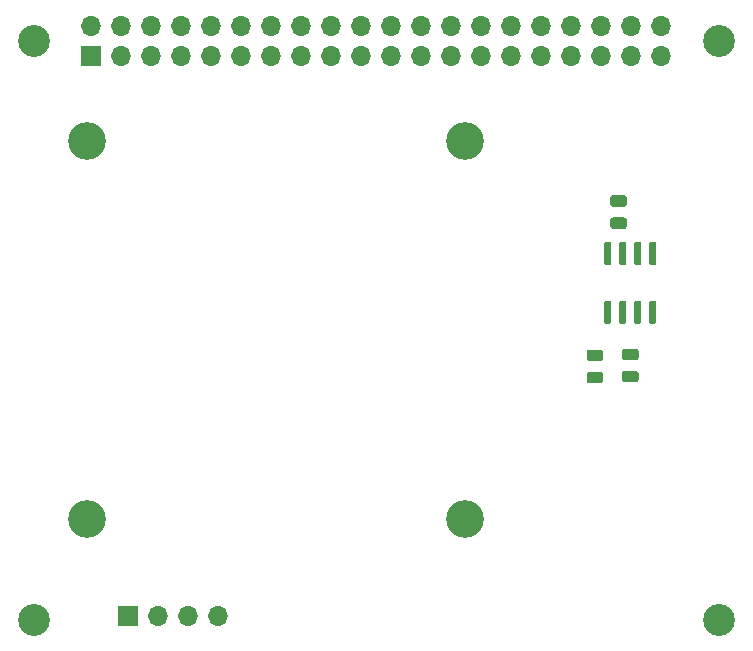
<source format=gbs>
G04 #@! TF.GenerationSoftware,KiCad,Pcbnew,(5.1.5)-3*
G04 #@! TF.CreationDate,2020-05-03T14:34:21+02:00*
G04 #@! TF.ProjectId,base_hat,62617365-5f68-4617-942e-6b696361645f,rev?*
G04 #@! TF.SameCoordinates,Original*
G04 #@! TF.FileFunction,Soldermask,Bot*
G04 #@! TF.FilePolarity,Negative*
%FSLAX46Y46*%
G04 Gerber Fmt 4.6, Leading zero omitted, Abs format (unit mm)*
G04 Created by KiCad (PCBNEW (5.1.5)-3) date 2020-05-03 14:34:21*
%MOMM*%
%LPD*%
G04 APERTURE LIST*
%ADD10C,3.200000*%
%ADD11O,1.700000X1.700000*%
%ADD12R,1.700000X1.700000*%
%ADD13C,0.150000*%
%ADD14C,2.700000*%
G04 APERTURE END LIST*
D10*
X240000000Y-138000000D03*
X208000000Y-106000000D03*
X208000000Y-138000000D03*
X240000000Y-106000000D03*
D11*
X219050000Y-146190000D03*
X216510000Y-146190000D03*
X213970000Y-146190000D03*
D12*
X211430000Y-146190000D03*
D13*
G36*
X252259703Y-119500722D02*
G01*
X252274264Y-119502882D01*
X252288543Y-119506459D01*
X252302403Y-119511418D01*
X252315710Y-119517712D01*
X252328336Y-119525280D01*
X252340159Y-119534048D01*
X252351066Y-119543934D01*
X252360952Y-119554841D01*
X252369720Y-119566664D01*
X252377288Y-119579290D01*
X252383582Y-119592597D01*
X252388541Y-119606457D01*
X252392118Y-119620736D01*
X252394278Y-119635297D01*
X252395000Y-119650000D01*
X252395000Y-121300000D01*
X252394278Y-121314703D01*
X252392118Y-121329264D01*
X252388541Y-121343543D01*
X252383582Y-121357403D01*
X252377288Y-121370710D01*
X252369720Y-121383336D01*
X252360952Y-121395159D01*
X252351066Y-121406066D01*
X252340159Y-121415952D01*
X252328336Y-121424720D01*
X252315710Y-121432288D01*
X252302403Y-121438582D01*
X252288543Y-121443541D01*
X252274264Y-121447118D01*
X252259703Y-121449278D01*
X252245000Y-121450000D01*
X251945000Y-121450000D01*
X251930297Y-121449278D01*
X251915736Y-121447118D01*
X251901457Y-121443541D01*
X251887597Y-121438582D01*
X251874290Y-121432288D01*
X251861664Y-121424720D01*
X251849841Y-121415952D01*
X251838934Y-121406066D01*
X251829048Y-121395159D01*
X251820280Y-121383336D01*
X251812712Y-121370710D01*
X251806418Y-121357403D01*
X251801459Y-121343543D01*
X251797882Y-121329264D01*
X251795722Y-121314703D01*
X251795000Y-121300000D01*
X251795000Y-119650000D01*
X251795722Y-119635297D01*
X251797882Y-119620736D01*
X251801459Y-119606457D01*
X251806418Y-119592597D01*
X251812712Y-119579290D01*
X251820280Y-119566664D01*
X251829048Y-119554841D01*
X251838934Y-119543934D01*
X251849841Y-119534048D01*
X251861664Y-119525280D01*
X251874290Y-119517712D01*
X251887597Y-119511418D01*
X251901457Y-119506459D01*
X251915736Y-119502882D01*
X251930297Y-119500722D01*
X251945000Y-119500000D01*
X252245000Y-119500000D01*
X252259703Y-119500722D01*
G37*
G36*
X253529703Y-119500722D02*
G01*
X253544264Y-119502882D01*
X253558543Y-119506459D01*
X253572403Y-119511418D01*
X253585710Y-119517712D01*
X253598336Y-119525280D01*
X253610159Y-119534048D01*
X253621066Y-119543934D01*
X253630952Y-119554841D01*
X253639720Y-119566664D01*
X253647288Y-119579290D01*
X253653582Y-119592597D01*
X253658541Y-119606457D01*
X253662118Y-119620736D01*
X253664278Y-119635297D01*
X253665000Y-119650000D01*
X253665000Y-121300000D01*
X253664278Y-121314703D01*
X253662118Y-121329264D01*
X253658541Y-121343543D01*
X253653582Y-121357403D01*
X253647288Y-121370710D01*
X253639720Y-121383336D01*
X253630952Y-121395159D01*
X253621066Y-121406066D01*
X253610159Y-121415952D01*
X253598336Y-121424720D01*
X253585710Y-121432288D01*
X253572403Y-121438582D01*
X253558543Y-121443541D01*
X253544264Y-121447118D01*
X253529703Y-121449278D01*
X253515000Y-121450000D01*
X253215000Y-121450000D01*
X253200297Y-121449278D01*
X253185736Y-121447118D01*
X253171457Y-121443541D01*
X253157597Y-121438582D01*
X253144290Y-121432288D01*
X253131664Y-121424720D01*
X253119841Y-121415952D01*
X253108934Y-121406066D01*
X253099048Y-121395159D01*
X253090280Y-121383336D01*
X253082712Y-121370710D01*
X253076418Y-121357403D01*
X253071459Y-121343543D01*
X253067882Y-121329264D01*
X253065722Y-121314703D01*
X253065000Y-121300000D01*
X253065000Y-119650000D01*
X253065722Y-119635297D01*
X253067882Y-119620736D01*
X253071459Y-119606457D01*
X253076418Y-119592597D01*
X253082712Y-119579290D01*
X253090280Y-119566664D01*
X253099048Y-119554841D01*
X253108934Y-119543934D01*
X253119841Y-119534048D01*
X253131664Y-119525280D01*
X253144290Y-119517712D01*
X253157597Y-119511418D01*
X253171457Y-119506459D01*
X253185736Y-119502882D01*
X253200297Y-119500722D01*
X253215000Y-119500000D01*
X253515000Y-119500000D01*
X253529703Y-119500722D01*
G37*
G36*
X254799703Y-119500722D02*
G01*
X254814264Y-119502882D01*
X254828543Y-119506459D01*
X254842403Y-119511418D01*
X254855710Y-119517712D01*
X254868336Y-119525280D01*
X254880159Y-119534048D01*
X254891066Y-119543934D01*
X254900952Y-119554841D01*
X254909720Y-119566664D01*
X254917288Y-119579290D01*
X254923582Y-119592597D01*
X254928541Y-119606457D01*
X254932118Y-119620736D01*
X254934278Y-119635297D01*
X254935000Y-119650000D01*
X254935000Y-121300000D01*
X254934278Y-121314703D01*
X254932118Y-121329264D01*
X254928541Y-121343543D01*
X254923582Y-121357403D01*
X254917288Y-121370710D01*
X254909720Y-121383336D01*
X254900952Y-121395159D01*
X254891066Y-121406066D01*
X254880159Y-121415952D01*
X254868336Y-121424720D01*
X254855710Y-121432288D01*
X254842403Y-121438582D01*
X254828543Y-121443541D01*
X254814264Y-121447118D01*
X254799703Y-121449278D01*
X254785000Y-121450000D01*
X254485000Y-121450000D01*
X254470297Y-121449278D01*
X254455736Y-121447118D01*
X254441457Y-121443541D01*
X254427597Y-121438582D01*
X254414290Y-121432288D01*
X254401664Y-121424720D01*
X254389841Y-121415952D01*
X254378934Y-121406066D01*
X254369048Y-121395159D01*
X254360280Y-121383336D01*
X254352712Y-121370710D01*
X254346418Y-121357403D01*
X254341459Y-121343543D01*
X254337882Y-121329264D01*
X254335722Y-121314703D01*
X254335000Y-121300000D01*
X254335000Y-119650000D01*
X254335722Y-119635297D01*
X254337882Y-119620736D01*
X254341459Y-119606457D01*
X254346418Y-119592597D01*
X254352712Y-119579290D01*
X254360280Y-119566664D01*
X254369048Y-119554841D01*
X254378934Y-119543934D01*
X254389841Y-119534048D01*
X254401664Y-119525280D01*
X254414290Y-119517712D01*
X254427597Y-119511418D01*
X254441457Y-119506459D01*
X254455736Y-119502882D01*
X254470297Y-119500722D01*
X254485000Y-119500000D01*
X254785000Y-119500000D01*
X254799703Y-119500722D01*
G37*
G36*
X256069703Y-119500722D02*
G01*
X256084264Y-119502882D01*
X256098543Y-119506459D01*
X256112403Y-119511418D01*
X256125710Y-119517712D01*
X256138336Y-119525280D01*
X256150159Y-119534048D01*
X256161066Y-119543934D01*
X256170952Y-119554841D01*
X256179720Y-119566664D01*
X256187288Y-119579290D01*
X256193582Y-119592597D01*
X256198541Y-119606457D01*
X256202118Y-119620736D01*
X256204278Y-119635297D01*
X256205000Y-119650000D01*
X256205000Y-121300000D01*
X256204278Y-121314703D01*
X256202118Y-121329264D01*
X256198541Y-121343543D01*
X256193582Y-121357403D01*
X256187288Y-121370710D01*
X256179720Y-121383336D01*
X256170952Y-121395159D01*
X256161066Y-121406066D01*
X256150159Y-121415952D01*
X256138336Y-121424720D01*
X256125710Y-121432288D01*
X256112403Y-121438582D01*
X256098543Y-121443541D01*
X256084264Y-121447118D01*
X256069703Y-121449278D01*
X256055000Y-121450000D01*
X255755000Y-121450000D01*
X255740297Y-121449278D01*
X255725736Y-121447118D01*
X255711457Y-121443541D01*
X255697597Y-121438582D01*
X255684290Y-121432288D01*
X255671664Y-121424720D01*
X255659841Y-121415952D01*
X255648934Y-121406066D01*
X255639048Y-121395159D01*
X255630280Y-121383336D01*
X255622712Y-121370710D01*
X255616418Y-121357403D01*
X255611459Y-121343543D01*
X255607882Y-121329264D01*
X255605722Y-121314703D01*
X255605000Y-121300000D01*
X255605000Y-119650000D01*
X255605722Y-119635297D01*
X255607882Y-119620736D01*
X255611459Y-119606457D01*
X255616418Y-119592597D01*
X255622712Y-119579290D01*
X255630280Y-119566664D01*
X255639048Y-119554841D01*
X255648934Y-119543934D01*
X255659841Y-119534048D01*
X255671664Y-119525280D01*
X255684290Y-119517712D01*
X255697597Y-119511418D01*
X255711457Y-119506459D01*
X255725736Y-119502882D01*
X255740297Y-119500722D01*
X255755000Y-119500000D01*
X256055000Y-119500000D01*
X256069703Y-119500722D01*
G37*
G36*
X256069703Y-114550722D02*
G01*
X256084264Y-114552882D01*
X256098543Y-114556459D01*
X256112403Y-114561418D01*
X256125710Y-114567712D01*
X256138336Y-114575280D01*
X256150159Y-114584048D01*
X256161066Y-114593934D01*
X256170952Y-114604841D01*
X256179720Y-114616664D01*
X256187288Y-114629290D01*
X256193582Y-114642597D01*
X256198541Y-114656457D01*
X256202118Y-114670736D01*
X256204278Y-114685297D01*
X256205000Y-114700000D01*
X256205000Y-116350000D01*
X256204278Y-116364703D01*
X256202118Y-116379264D01*
X256198541Y-116393543D01*
X256193582Y-116407403D01*
X256187288Y-116420710D01*
X256179720Y-116433336D01*
X256170952Y-116445159D01*
X256161066Y-116456066D01*
X256150159Y-116465952D01*
X256138336Y-116474720D01*
X256125710Y-116482288D01*
X256112403Y-116488582D01*
X256098543Y-116493541D01*
X256084264Y-116497118D01*
X256069703Y-116499278D01*
X256055000Y-116500000D01*
X255755000Y-116500000D01*
X255740297Y-116499278D01*
X255725736Y-116497118D01*
X255711457Y-116493541D01*
X255697597Y-116488582D01*
X255684290Y-116482288D01*
X255671664Y-116474720D01*
X255659841Y-116465952D01*
X255648934Y-116456066D01*
X255639048Y-116445159D01*
X255630280Y-116433336D01*
X255622712Y-116420710D01*
X255616418Y-116407403D01*
X255611459Y-116393543D01*
X255607882Y-116379264D01*
X255605722Y-116364703D01*
X255605000Y-116350000D01*
X255605000Y-114700000D01*
X255605722Y-114685297D01*
X255607882Y-114670736D01*
X255611459Y-114656457D01*
X255616418Y-114642597D01*
X255622712Y-114629290D01*
X255630280Y-114616664D01*
X255639048Y-114604841D01*
X255648934Y-114593934D01*
X255659841Y-114584048D01*
X255671664Y-114575280D01*
X255684290Y-114567712D01*
X255697597Y-114561418D01*
X255711457Y-114556459D01*
X255725736Y-114552882D01*
X255740297Y-114550722D01*
X255755000Y-114550000D01*
X256055000Y-114550000D01*
X256069703Y-114550722D01*
G37*
G36*
X254799703Y-114550722D02*
G01*
X254814264Y-114552882D01*
X254828543Y-114556459D01*
X254842403Y-114561418D01*
X254855710Y-114567712D01*
X254868336Y-114575280D01*
X254880159Y-114584048D01*
X254891066Y-114593934D01*
X254900952Y-114604841D01*
X254909720Y-114616664D01*
X254917288Y-114629290D01*
X254923582Y-114642597D01*
X254928541Y-114656457D01*
X254932118Y-114670736D01*
X254934278Y-114685297D01*
X254935000Y-114700000D01*
X254935000Y-116350000D01*
X254934278Y-116364703D01*
X254932118Y-116379264D01*
X254928541Y-116393543D01*
X254923582Y-116407403D01*
X254917288Y-116420710D01*
X254909720Y-116433336D01*
X254900952Y-116445159D01*
X254891066Y-116456066D01*
X254880159Y-116465952D01*
X254868336Y-116474720D01*
X254855710Y-116482288D01*
X254842403Y-116488582D01*
X254828543Y-116493541D01*
X254814264Y-116497118D01*
X254799703Y-116499278D01*
X254785000Y-116500000D01*
X254485000Y-116500000D01*
X254470297Y-116499278D01*
X254455736Y-116497118D01*
X254441457Y-116493541D01*
X254427597Y-116488582D01*
X254414290Y-116482288D01*
X254401664Y-116474720D01*
X254389841Y-116465952D01*
X254378934Y-116456066D01*
X254369048Y-116445159D01*
X254360280Y-116433336D01*
X254352712Y-116420710D01*
X254346418Y-116407403D01*
X254341459Y-116393543D01*
X254337882Y-116379264D01*
X254335722Y-116364703D01*
X254335000Y-116350000D01*
X254335000Y-114700000D01*
X254335722Y-114685297D01*
X254337882Y-114670736D01*
X254341459Y-114656457D01*
X254346418Y-114642597D01*
X254352712Y-114629290D01*
X254360280Y-114616664D01*
X254369048Y-114604841D01*
X254378934Y-114593934D01*
X254389841Y-114584048D01*
X254401664Y-114575280D01*
X254414290Y-114567712D01*
X254427597Y-114561418D01*
X254441457Y-114556459D01*
X254455736Y-114552882D01*
X254470297Y-114550722D01*
X254485000Y-114550000D01*
X254785000Y-114550000D01*
X254799703Y-114550722D01*
G37*
G36*
X253529703Y-114550722D02*
G01*
X253544264Y-114552882D01*
X253558543Y-114556459D01*
X253572403Y-114561418D01*
X253585710Y-114567712D01*
X253598336Y-114575280D01*
X253610159Y-114584048D01*
X253621066Y-114593934D01*
X253630952Y-114604841D01*
X253639720Y-114616664D01*
X253647288Y-114629290D01*
X253653582Y-114642597D01*
X253658541Y-114656457D01*
X253662118Y-114670736D01*
X253664278Y-114685297D01*
X253665000Y-114700000D01*
X253665000Y-116350000D01*
X253664278Y-116364703D01*
X253662118Y-116379264D01*
X253658541Y-116393543D01*
X253653582Y-116407403D01*
X253647288Y-116420710D01*
X253639720Y-116433336D01*
X253630952Y-116445159D01*
X253621066Y-116456066D01*
X253610159Y-116465952D01*
X253598336Y-116474720D01*
X253585710Y-116482288D01*
X253572403Y-116488582D01*
X253558543Y-116493541D01*
X253544264Y-116497118D01*
X253529703Y-116499278D01*
X253515000Y-116500000D01*
X253215000Y-116500000D01*
X253200297Y-116499278D01*
X253185736Y-116497118D01*
X253171457Y-116493541D01*
X253157597Y-116488582D01*
X253144290Y-116482288D01*
X253131664Y-116474720D01*
X253119841Y-116465952D01*
X253108934Y-116456066D01*
X253099048Y-116445159D01*
X253090280Y-116433336D01*
X253082712Y-116420710D01*
X253076418Y-116407403D01*
X253071459Y-116393543D01*
X253067882Y-116379264D01*
X253065722Y-116364703D01*
X253065000Y-116350000D01*
X253065000Y-114700000D01*
X253065722Y-114685297D01*
X253067882Y-114670736D01*
X253071459Y-114656457D01*
X253076418Y-114642597D01*
X253082712Y-114629290D01*
X253090280Y-114616664D01*
X253099048Y-114604841D01*
X253108934Y-114593934D01*
X253119841Y-114584048D01*
X253131664Y-114575280D01*
X253144290Y-114567712D01*
X253157597Y-114561418D01*
X253171457Y-114556459D01*
X253185736Y-114552882D01*
X253200297Y-114550722D01*
X253215000Y-114550000D01*
X253515000Y-114550000D01*
X253529703Y-114550722D01*
G37*
G36*
X252259703Y-114550722D02*
G01*
X252274264Y-114552882D01*
X252288543Y-114556459D01*
X252302403Y-114561418D01*
X252315710Y-114567712D01*
X252328336Y-114575280D01*
X252340159Y-114584048D01*
X252351066Y-114593934D01*
X252360952Y-114604841D01*
X252369720Y-114616664D01*
X252377288Y-114629290D01*
X252383582Y-114642597D01*
X252388541Y-114656457D01*
X252392118Y-114670736D01*
X252394278Y-114685297D01*
X252395000Y-114700000D01*
X252395000Y-116350000D01*
X252394278Y-116364703D01*
X252392118Y-116379264D01*
X252388541Y-116393543D01*
X252383582Y-116407403D01*
X252377288Y-116420710D01*
X252369720Y-116433336D01*
X252360952Y-116445159D01*
X252351066Y-116456066D01*
X252340159Y-116465952D01*
X252328336Y-116474720D01*
X252315710Y-116482288D01*
X252302403Y-116488582D01*
X252288543Y-116493541D01*
X252274264Y-116497118D01*
X252259703Y-116499278D01*
X252245000Y-116500000D01*
X251945000Y-116500000D01*
X251930297Y-116499278D01*
X251915736Y-116497118D01*
X251901457Y-116493541D01*
X251887597Y-116488582D01*
X251874290Y-116482288D01*
X251861664Y-116474720D01*
X251849841Y-116465952D01*
X251838934Y-116456066D01*
X251829048Y-116445159D01*
X251820280Y-116433336D01*
X251812712Y-116420710D01*
X251806418Y-116407403D01*
X251801459Y-116393543D01*
X251797882Y-116379264D01*
X251795722Y-116364703D01*
X251795000Y-116350000D01*
X251795000Y-114700000D01*
X251795722Y-114685297D01*
X251797882Y-114670736D01*
X251801459Y-114656457D01*
X251806418Y-114642597D01*
X251812712Y-114629290D01*
X251820280Y-114616664D01*
X251829048Y-114604841D01*
X251838934Y-114593934D01*
X251849841Y-114584048D01*
X251861664Y-114575280D01*
X251874290Y-114567712D01*
X251887597Y-114561418D01*
X251901457Y-114556459D01*
X251915736Y-114552882D01*
X251930297Y-114550722D01*
X251945000Y-114550000D01*
X252245000Y-114550000D01*
X252259703Y-114550722D01*
G37*
G36*
X251480142Y-123638674D02*
G01*
X251503803Y-123642184D01*
X251527007Y-123647996D01*
X251549529Y-123656054D01*
X251571153Y-123666282D01*
X251591670Y-123678579D01*
X251610883Y-123692829D01*
X251628607Y-123708893D01*
X251644671Y-123726617D01*
X251658921Y-123745830D01*
X251671218Y-123766347D01*
X251681446Y-123787971D01*
X251689504Y-123810493D01*
X251695316Y-123833697D01*
X251698826Y-123857358D01*
X251700000Y-123881250D01*
X251700000Y-124368750D01*
X251698826Y-124392642D01*
X251695316Y-124416303D01*
X251689504Y-124439507D01*
X251681446Y-124462029D01*
X251671218Y-124483653D01*
X251658921Y-124504170D01*
X251644671Y-124523383D01*
X251628607Y-124541107D01*
X251610883Y-124557171D01*
X251591670Y-124571421D01*
X251571153Y-124583718D01*
X251549529Y-124593946D01*
X251527007Y-124602004D01*
X251503803Y-124607816D01*
X251480142Y-124611326D01*
X251456250Y-124612500D01*
X250543750Y-124612500D01*
X250519858Y-124611326D01*
X250496197Y-124607816D01*
X250472993Y-124602004D01*
X250450471Y-124593946D01*
X250428847Y-124583718D01*
X250408330Y-124571421D01*
X250389117Y-124557171D01*
X250371393Y-124541107D01*
X250355329Y-124523383D01*
X250341079Y-124504170D01*
X250328782Y-124483653D01*
X250318554Y-124462029D01*
X250310496Y-124439507D01*
X250304684Y-124416303D01*
X250301174Y-124392642D01*
X250300000Y-124368750D01*
X250300000Y-123881250D01*
X250301174Y-123857358D01*
X250304684Y-123833697D01*
X250310496Y-123810493D01*
X250318554Y-123787971D01*
X250328782Y-123766347D01*
X250341079Y-123745830D01*
X250355329Y-123726617D01*
X250371393Y-123708893D01*
X250389117Y-123692829D01*
X250408330Y-123678579D01*
X250428847Y-123666282D01*
X250450471Y-123656054D01*
X250472993Y-123647996D01*
X250496197Y-123642184D01*
X250519858Y-123638674D01*
X250543750Y-123637500D01*
X251456250Y-123637500D01*
X251480142Y-123638674D01*
G37*
G36*
X251480142Y-125513674D02*
G01*
X251503803Y-125517184D01*
X251527007Y-125522996D01*
X251549529Y-125531054D01*
X251571153Y-125541282D01*
X251591670Y-125553579D01*
X251610883Y-125567829D01*
X251628607Y-125583893D01*
X251644671Y-125601617D01*
X251658921Y-125620830D01*
X251671218Y-125641347D01*
X251681446Y-125662971D01*
X251689504Y-125685493D01*
X251695316Y-125708697D01*
X251698826Y-125732358D01*
X251700000Y-125756250D01*
X251700000Y-126243750D01*
X251698826Y-126267642D01*
X251695316Y-126291303D01*
X251689504Y-126314507D01*
X251681446Y-126337029D01*
X251671218Y-126358653D01*
X251658921Y-126379170D01*
X251644671Y-126398383D01*
X251628607Y-126416107D01*
X251610883Y-126432171D01*
X251591670Y-126446421D01*
X251571153Y-126458718D01*
X251549529Y-126468946D01*
X251527007Y-126477004D01*
X251503803Y-126482816D01*
X251480142Y-126486326D01*
X251456250Y-126487500D01*
X250543750Y-126487500D01*
X250519858Y-126486326D01*
X250496197Y-126482816D01*
X250472993Y-126477004D01*
X250450471Y-126468946D01*
X250428847Y-126458718D01*
X250408330Y-126446421D01*
X250389117Y-126432171D01*
X250371393Y-126416107D01*
X250355329Y-126398383D01*
X250341079Y-126379170D01*
X250328782Y-126358653D01*
X250318554Y-126337029D01*
X250310496Y-126314507D01*
X250304684Y-126291303D01*
X250301174Y-126267642D01*
X250300000Y-126243750D01*
X250300000Y-125756250D01*
X250301174Y-125732358D01*
X250304684Y-125708697D01*
X250310496Y-125685493D01*
X250318554Y-125662971D01*
X250328782Y-125641347D01*
X250341079Y-125620830D01*
X250355329Y-125601617D01*
X250371393Y-125583893D01*
X250389117Y-125567829D01*
X250408330Y-125553579D01*
X250428847Y-125541282D01*
X250450471Y-125531054D01*
X250472993Y-125522996D01*
X250496197Y-125517184D01*
X250519858Y-125513674D01*
X250543750Y-125512500D01*
X251456250Y-125512500D01*
X251480142Y-125513674D01*
G37*
G36*
X254480142Y-123576174D02*
G01*
X254503803Y-123579684D01*
X254527007Y-123585496D01*
X254549529Y-123593554D01*
X254571153Y-123603782D01*
X254591670Y-123616079D01*
X254610883Y-123630329D01*
X254628607Y-123646393D01*
X254644671Y-123664117D01*
X254658921Y-123683330D01*
X254671218Y-123703847D01*
X254681446Y-123725471D01*
X254689504Y-123747993D01*
X254695316Y-123771197D01*
X254698826Y-123794858D01*
X254700000Y-123818750D01*
X254700000Y-124306250D01*
X254698826Y-124330142D01*
X254695316Y-124353803D01*
X254689504Y-124377007D01*
X254681446Y-124399529D01*
X254671218Y-124421153D01*
X254658921Y-124441670D01*
X254644671Y-124460883D01*
X254628607Y-124478607D01*
X254610883Y-124494671D01*
X254591670Y-124508921D01*
X254571153Y-124521218D01*
X254549529Y-124531446D01*
X254527007Y-124539504D01*
X254503803Y-124545316D01*
X254480142Y-124548826D01*
X254456250Y-124550000D01*
X253543750Y-124550000D01*
X253519858Y-124548826D01*
X253496197Y-124545316D01*
X253472993Y-124539504D01*
X253450471Y-124531446D01*
X253428847Y-124521218D01*
X253408330Y-124508921D01*
X253389117Y-124494671D01*
X253371393Y-124478607D01*
X253355329Y-124460883D01*
X253341079Y-124441670D01*
X253328782Y-124421153D01*
X253318554Y-124399529D01*
X253310496Y-124377007D01*
X253304684Y-124353803D01*
X253301174Y-124330142D01*
X253300000Y-124306250D01*
X253300000Y-123818750D01*
X253301174Y-123794858D01*
X253304684Y-123771197D01*
X253310496Y-123747993D01*
X253318554Y-123725471D01*
X253328782Y-123703847D01*
X253341079Y-123683330D01*
X253355329Y-123664117D01*
X253371393Y-123646393D01*
X253389117Y-123630329D01*
X253408330Y-123616079D01*
X253428847Y-123603782D01*
X253450471Y-123593554D01*
X253472993Y-123585496D01*
X253496197Y-123579684D01*
X253519858Y-123576174D01*
X253543750Y-123575000D01*
X254456250Y-123575000D01*
X254480142Y-123576174D01*
G37*
G36*
X254480142Y-125451174D02*
G01*
X254503803Y-125454684D01*
X254527007Y-125460496D01*
X254549529Y-125468554D01*
X254571153Y-125478782D01*
X254591670Y-125491079D01*
X254610883Y-125505329D01*
X254628607Y-125521393D01*
X254644671Y-125539117D01*
X254658921Y-125558330D01*
X254671218Y-125578847D01*
X254681446Y-125600471D01*
X254689504Y-125622993D01*
X254695316Y-125646197D01*
X254698826Y-125669858D01*
X254700000Y-125693750D01*
X254700000Y-126181250D01*
X254698826Y-126205142D01*
X254695316Y-126228803D01*
X254689504Y-126252007D01*
X254681446Y-126274529D01*
X254671218Y-126296153D01*
X254658921Y-126316670D01*
X254644671Y-126335883D01*
X254628607Y-126353607D01*
X254610883Y-126369671D01*
X254591670Y-126383921D01*
X254571153Y-126396218D01*
X254549529Y-126406446D01*
X254527007Y-126414504D01*
X254503803Y-126420316D01*
X254480142Y-126423826D01*
X254456250Y-126425000D01*
X253543750Y-126425000D01*
X253519858Y-126423826D01*
X253496197Y-126420316D01*
X253472993Y-126414504D01*
X253450471Y-126406446D01*
X253428847Y-126396218D01*
X253408330Y-126383921D01*
X253389117Y-126369671D01*
X253371393Y-126353607D01*
X253355329Y-126335883D01*
X253341079Y-126316670D01*
X253328782Y-126296153D01*
X253318554Y-126274529D01*
X253310496Y-126252007D01*
X253304684Y-126228803D01*
X253301174Y-126205142D01*
X253300000Y-126181250D01*
X253300000Y-125693750D01*
X253301174Y-125669858D01*
X253304684Y-125646197D01*
X253310496Y-125622993D01*
X253318554Y-125600471D01*
X253328782Y-125578847D01*
X253341079Y-125558330D01*
X253355329Y-125539117D01*
X253371393Y-125521393D01*
X253389117Y-125505329D01*
X253408330Y-125491079D01*
X253428847Y-125478782D01*
X253450471Y-125468554D01*
X253472993Y-125460496D01*
X253496197Y-125454684D01*
X253519858Y-125451174D01*
X253543750Y-125450000D01*
X254456250Y-125450000D01*
X254480142Y-125451174D01*
G37*
G36*
X253480142Y-112451174D02*
G01*
X253503803Y-112454684D01*
X253527007Y-112460496D01*
X253549529Y-112468554D01*
X253571153Y-112478782D01*
X253591670Y-112491079D01*
X253610883Y-112505329D01*
X253628607Y-112521393D01*
X253644671Y-112539117D01*
X253658921Y-112558330D01*
X253671218Y-112578847D01*
X253681446Y-112600471D01*
X253689504Y-112622993D01*
X253695316Y-112646197D01*
X253698826Y-112669858D01*
X253700000Y-112693750D01*
X253700000Y-113181250D01*
X253698826Y-113205142D01*
X253695316Y-113228803D01*
X253689504Y-113252007D01*
X253681446Y-113274529D01*
X253671218Y-113296153D01*
X253658921Y-113316670D01*
X253644671Y-113335883D01*
X253628607Y-113353607D01*
X253610883Y-113369671D01*
X253591670Y-113383921D01*
X253571153Y-113396218D01*
X253549529Y-113406446D01*
X253527007Y-113414504D01*
X253503803Y-113420316D01*
X253480142Y-113423826D01*
X253456250Y-113425000D01*
X252543750Y-113425000D01*
X252519858Y-113423826D01*
X252496197Y-113420316D01*
X252472993Y-113414504D01*
X252450471Y-113406446D01*
X252428847Y-113396218D01*
X252408330Y-113383921D01*
X252389117Y-113369671D01*
X252371393Y-113353607D01*
X252355329Y-113335883D01*
X252341079Y-113316670D01*
X252328782Y-113296153D01*
X252318554Y-113274529D01*
X252310496Y-113252007D01*
X252304684Y-113228803D01*
X252301174Y-113205142D01*
X252300000Y-113181250D01*
X252300000Y-112693750D01*
X252301174Y-112669858D01*
X252304684Y-112646197D01*
X252310496Y-112622993D01*
X252318554Y-112600471D01*
X252328782Y-112578847D01*
X252341079Y-112558330D01*
X252355329Y-112539117D01*
X252371393Y-112521393D01*
X252389117Y-112505329D01*
X252408330Y-112491079D01*
X252428847Y-112478782D01*
X252450471Y-112468554D01*
X252472993Y-112460496D01*
X252496197Y-112454684D01*
X252519858Y-112451174D01*
X252543750Y-112450000D01*
X253456250Y-112450000D01*
X253480142Y-112451174D01*
G37*
G36*
X253480142Y-110576174D02*
G01*
X253503803Y-110579684D01*
X253527007Y-110585496D01*
X253549529Y-110593554D01*
X253571153Y-110603782D01*
X253591670Y-110616079D01*
X253610883Y-110630329D01*
X253628607Y-110646393D01*
X253644671Y-110664117D01*
X253658921Y-110683330D01*
X253671218Y-110703847D01*
X253681446Y-110725471D01*
X253689504Y-110747993D01*
X253695316Y-110771197D01*
X253698826Y-110794858D01*
X253700000Y-110818750D01*
X253700000Y-111306250D01*
X253698826Y-111330142D01*
X253695316Y-111353803D01*
X253689504Y-111377007D01*
X253681446Y-111399529D01*
X253671218Y-111421153D01*
X253658921Y-111441670D01*
X253644671Y-111460883D01*
X253628607Y-111478607D01*
X253610883Y-111494671D01*
X253591670Y-111508921D01*
X253571153Y-111521218D01*
X253549529Y-111531446D01*
X253527007Y-111539504D01*
X253503803Y-111545316D01*
X253480142Y-111548826D01*
X253456250Y-111550000D01*
X252543750Y-111550000D01*
X252519858Y-111548826D01*
X252496197Y-111545316D01*
X252472993Y-111539504D01*
X252450471Y-111531446D01*
X252428847Y-111521218D01*
X252408330Y-111508921D01*
X252389117Y-111494671D01*
X252371393Y-111478607D01*
X252355329Y-111460883D01*
X252341079Y-111441670D01*
X252328782Y-111421153D01*
X252318554Y-111399529D01*
X252310496Y-111377007D01*
X252304684Y-111353803D01*
X252301174Y-111330142D01*
X252300000Y-111306250D01*
X252300000Y-110818750D01*
X252301174Y-110794858D01*
X252304684Y-110771197D01*
X252310496Y-110747993D01*
X252318554Y-110725471D01*
X252328782Y-110703847D01*
X252341079Y-110683330D01*
X252355329Y-110664117D01*
X252371393Y-110646393D01*
X252389117Y-110630329D01*
X252408330Y-110616079D01*
X252428847Y-110603782D01*
X252450471Y-110593554D01*
X252472993Y-110585496D01*
X252496197Y-110579684D01*
X252519858Y-110576174D01*
X252543750Y-110575000D01*
X253456250Y-110575000D01*
X253480142Y-110576174D01*
G37*
D12*
X208370000Y-98770000D03*
D11*
X208370000Y-96230000D03*
X210910000Y-98770000D03*
X210910000Y-96230000D03*
X213450000Y-98770000D03*
X213450000Y-96230000D03*
X215990000Y-98770000D03*
X215990000Y-96230000D03*
X218530000Y-98770000D03*
X218530000Y-96230000D03*
X221070000Y-98770000D03*
X221070000Y-96230000D03*
X223610000Y-98770000D03*
X223610000Y-96230000D03*
X226150000Y-98770000D03*
X226150000Y-96230000D03*
X228690000Y-98770000D03*
X228690000Y-96230000D03*
X231230000Y-98770000D03*
X231230000Y-96230000D03*
X233770000Y-98770000D03*
X233770000Y-96230000D03*
X236310000Y-98770000D03*
X236310000Y-96230000D03*
X238850000Y-98770000D03*
X238850000Y-96230000D03*
X241390000Y-98770000D03*
X241390000Y-96230000D03*
X243930000Y-98770000D03*
X243930000Y-96230000D03*
X246470000Y-98770000D03*
X246470000Y-96230000D03*
X249010000Y-98770000D03*
X249010000Y-96230000D03*
X251550000Y-98770000D03*
X251550000Y-96230000D03*
X254090000Y-98770000D03*
X254090000Y-96230000D03*
X256630000Y-98770000D03*
X256630000Y-96230000D03*
D14*
X261500000Y-146500000D03*
X203500000Y-146500000D03*
X261500000Y-97500000D03*
X203500000Y-97500000D03*
M02*

</source>
